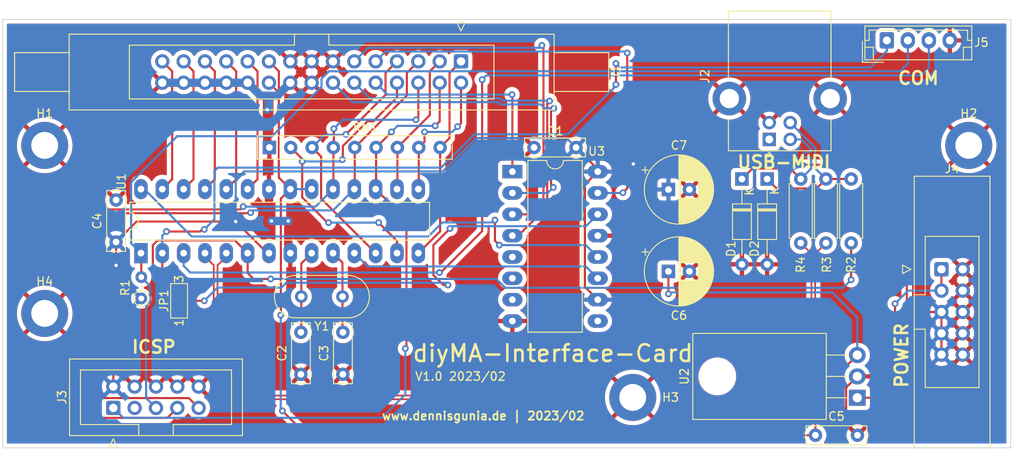
<source format=kicad_pcb>
(kicad_pcb (version 20211014) (generator pcbnew)
  (layers (0 "F.Cu" signal) (31 "B.Cu" signal) (34 "B.Paste" user) (35 "F.Paste" user) (36 "B.SilkS" user "B.Silkscreen") (37 "F.SilkS" user "F.Silkscreen") (38 "B.Mask" user) (39 "F.Mask" user) (44 "Edge.Cuts" user))
  (net 0 "")
  (net 1 "+5V")
  (net 2 "GND")
  (net 3 "+5VA")
  (net 4 "MATRIX_1")
  (net 5 "MATRIX_2")
  (net 6 "MATRIX_3")
  (net 7 "ICSP_MOSI")
  (net 8 "ICSP_MISO")
  (net 9 "ICSP_SCK")
  (net 10 "MATRIX_7")
  (net 11 "MATRIX_8")
  (net 12 "MATRIX_A")
  (net 13 "MATRIX_B")
  (net 14 "MATRIX_D")
  (net 15 "MATRIX_C")
  (net 16 "ANALOG_1")
  (net 17 "ANALOG_2")
  (net 18 "ANALOG_3")
  (net 19 "ANALOG_4")
  (net 20 "ANALOG_5")
  (net 21 "MATRIX_E")
  (net 23 "~{RESET}")
  (net 24 "+12V")
  (net 25 "RS232_TX")
  (net 27 "Net-(C2-Pad2)")
  (net 28 "Net-(C3-Pad2)")
  (net 30 "USB_INT{slash}SER")
  (net 31 "USB_D+")
  (net 32 "USB_D-")
  (net 33 "RS232_RX{slash}SER")
  (net 34 "Net-(U1-Pad11)")
  (net 35 "Net-(U1-Pad28)")
  (net 39 "/#USB_D-")
  (net 40 "/#USB_D+")
  (net 41 "Net-(JP1-Pad2)")
  (footprint "Resistor_THT:R_Axial_DIN0207_L6.3mm_D2.5mm_P7.62mm_Horizontal" (layer "F.Cu") (at 136 134 -90)
    (fp_text reference "R2")
    (fp_text value "2k2")
  )
  (footprint "MountingHole:MountingHole_3.2mm_M3_DIN965_Pad" (layer "F.Cu") (at 110 160)
    (fp_text reference "H3")
    (fp_text value "MountingHole")
  )
  (footprint "Resistor_THT:R_Axial_DIN0204_L3.6mm_D1.6mm_P2.54mm_Vertical" (layer "F.Cu") (at 51.5 148.22 90)
    (fp_text reference "R1")
    (fp_text value "10k")
  )
  (footprint "Diode_THT:D_DO-35_SOD27_P10.16mm_Horizontal" (layer "F.Cu") (at 123 134 -90)
    (fp_text reference "D1")
    (fp_text value "3V6")
  )
  (footprint "Connector_IDC:IDC-Header_2x15_P2.54mm_Latch6.5mm_Vertical" (layer "F.Cu") (at 89.56 120 -90)
    (fp_text reference "J1")
    (fp_text value "Conn_02x16_Odd_Even")
  )
  (footprint "Package_TO_SOT_THT:TO-220-3_Horizontal_TabDown" (layer "F.Cu") (at 136.73 160.04 90)
    (fp_text reference "U2")
    (fp_text value "L7805")
  )
  (footprint "Connector_IDC:IDC-Header_2x05_P2.54mm_Vertical" (layer "F.Cu") (at 48.17 161.2525 90)
    (fp_text reference "J3")
    (fp_text value "Conn_02x05_Odd_Even")
  )
  (footprint "MountingHole:MountingHole_3.2mm_M3_DIN965_Pad" (layer "F.Cu") (at 40 150)
    (fp_text reference "H4")
    (fp_text value "MountingHole")
  )
  (footprint "Capacitor_THT:CP_Radial_D8.0mm_P2.50mm" (layer "F.Cu") (at 114.25 145)
    (fp_text reference "C6")
    (fp_text value "100uF")
  )
  (footprint "Capacitor_THT:C_Rect_L7.0mm_W2.0mm_P5.00mm" (layer "F.Cu") (at 48.5 141.5 90)
    (fp_text reference "C4")
    (fp_text value "100nF")
  )
  (footprint "Resistor_THT:R_Array_SIP9" (layer "F.Cu") (at 66.75 130.25)
    (fp_text reference "RN1")
    (fp_text value "R_Network08")
  )
  (footprint "Capacitor_THT:C_Rect_L7.0mm_W2.0mm_P5.00mm" (layer "F.Cu") (at 131.75 164.5)
    (fp_text reference "C5")
    (fp_text value "100nF")
  )
  (footprint "MountingHole:MountingHole_3.2mm_M3_DIN965_Pad" (layer "F.Cu") (at 40 130)
    (fp_text reference "H1")
    (fp_text value "MountingHole")
  )
  (footprint "Crystal:Crystal_HC18-U_Vertical" (layer "F.Cu") (at 75.45 148 180)
    (fp_text reference "Y1")
    (fp_text value "16MHz")
  )
  (footprint "Connector_IDC:IDC-Header_2x05_P2.54mm_Latch_Vertical" (layer "F.Cu") (at 146.75 144.75)
    (fp_text reference "J4")
    (fp_text value "Conn_02x05_Odd_Even")
  )
  (footprint "Connector_USB:USB_B_Lumberg_2411_02_Horizontal" (layer "F.Cu") (at 126.25 129.2875 90)
    (fp_text reference "J2")
    (fp_text value "USB_B")
  )
  (footprint "Resistor_THT:R_Axial_DIN0207_L6.3mm_D2.5mm_P7.62mm_Horizontal" (layer "F.Cu") (at 133 134 -90)
    (fp_text reference "R3")
    (fp_text value "68")
  )
  (footprint "Capacitor_THT:C_Rect_L7.0mm_W2.0mm_P5.00mm" (layer "F.Cu") (at 70.5 157.25 90)
    (fp_text reference "C2")
    (fp_text value "33pF")
  )
  (footprint "Package_DIP:DIP-16_W10.16mm_LongPads" (layer "F.Cu") (at 95.675 133.125)
    (fp_text reference "U3")
    (fp_text value "74HC595")
  )
  (footprint "Capacitor_THT:C_Rect_L7.0mm_W2.0mm_P5.00mm" (layer "F.Cu") (at 75.5 157.25 90)
    (fp_text reference "C3")
    (fp_text value "33pF")
  )
  (footprint "Jumper:SolderJumper-3_P1.3mm_Open_Pad1.0x1.5mm_NumberLabels" (layer "F.Cu") (at 56 148.5 90)
    (fp_text reference "JP1")
    (fp_text value "Jumper_3_Open")
  )
  (footprint "Connector_JST:JST_EH_B4B-EH-A_1x04_P2.50mm_Vertical" (layer "F.Cu") (at 140.25 117.5)
    (fp_text reference "J5")
    (fp_text value "Conn_01x04_Male")
  )
  (footprint "Capacitor_THT:C_Rect_L7.0mm_W2.0mm_P5.00mm" (layer "F.Cu") (at 103.25 130.25 180)
    (fp_text reference "C1")
    (fp_text value "100nF")
  )
  (footprint "MountingHole:MountingHole_3.2mm_M3_DIN965_Pad" (layer "F.Cu") (at 150 130)
    (fp_text reference "H2")
    (fp_text value "MountingHole")
  )
  (footprint "Resistor_THT:R_Axial_DIN0207_L6.3mm_D2.5mm_P7.62mm_Horizontal" (layer "F.Cu") (at 130 134 -90)
    (fp_text reference "R4")
    (fp_text value "68")
  )
  (footprint "Diode_THT:D_DO-35_SOD27_P10.16mm_Horizontal" (layer "F.Cu") (at 126 134 -90)
    (fp_text reference "D2")
    (fp_text value "3V6")
  )
  (footprint "Package_DIP:DIP-28_W7.62mm_LongPads" (layer "F.Cu") (at 51.46 142.825 90)
    (fp_text reference "U1")
    (fp_text value "ATmega8-16P")
  )
  (footprint "Capacitor_THT:CP_Radial_D8.0mm_P2.50mm" (layer "F.Cu") (at 114.25 135.25)
    (fp_text reference "C7")
    (fp_text value "100uF")
  )
  (gr_rect (start 35 115) (end 155 166) (layer "Edge.Cuts") (width 0.1) (fill none))
  (gr_text "V1.0 2023/02" (at 89.5 157.5) (layer "F.SilkS") (effects (font (size 1 1))))
  (gr_text "USB-MIDI" (at 128 132) (layer "F.SilkS") (effects (font (size 1.5 1.5) (thickness 0.3))))
  (gr_text "diyMA-Interface-Card" (at 100.5 154.75) (layer "F.SilkS") (effects (font (size 2 2) (thickness 0.3))))
  (gr_text "COM" (at 144 122) (layer "F.SilkS") (effects (font (size 1.5 1.5) (thickness 0.3))))
  (gr_text "www.dennisgunia.de | 2023/02" (at 92.2 162.2) (layer "F.SilkS") (effects (font (size 1 1) (thickness 0.2))))
  (gr_text "ICSP\n" (at 53 154) (layer "F.SilkS") (effects (font (size 1.5 1.5) (thickness 0.3))))
  (gr_text "POWER" (at 142 155 90) (layer "F.SilkS") (effects (font (size 1.5 1.5) (thickness 0.3))))
  (segment (start 110.1985 132.334) (end 110.0715 132.207) (width 0.25) (layer "F.Cu") (net 1))
  (segment (start 48.5 141.5) (end 48.5 144.286) (width 0.25) (layer "F.Cu") (net 1))
  (segment (start 48.17 158.7125) (end 48.17 151.55) (width 0.25) (layer "F.Cu") (net 1))
  (segment (start 48.5 144.286) (end 48.5 145.22) (width 0.25) (layer "F.Cu") (net 1))
  (segment (start 104.31048 134.64952) (end 105.835 133.125) (width 0.25) (layer "F.Cu") (net 1))
  (segment (start 50.935 139.065) (end 48.5 141.5) (width 0.25) (layer "F.Cu") (net 1))
  (segment (start 121.92 132.334) (end 110.1985 132.334) (width 0.25) (layer "F.Cu") (net 1))
  (segment (start 62.738 139.065) (end 66.498 142.825) (width 0.25) (layer "F.Cu") (net 1))
  (segment (start 105.835 148.365) (end 104.31048 146.84048) (width 0.25) (layer "F.Cu") (net 1))
  (segment (start 143.607 149.83) (end 146.75 149.83) (width 0.25) (layer "F.Cu") (net 1))
  (segment (start 62.738 139.065) (end 50.935 139.065) (width 0.25) (layer "F.Cu") (net 1))
  (segment (start 103.25 130.25) (end 105.835 132.835) (width 0.25) (layer "F.Cu") (net 1))
  (segment (start 142.621 132.969) (end 142.621 148.844) (width 0.25) (layer "F.Cu") (net 1))
  (segment (start 121.95352 132.30048) (end 121.92 132.334) (width 0.25) (layer "F.Cu") (net 1))
  (segment (start 105.835 132.835) (end 105.835 133.125) (width 0.25) (layer "F.Cu") (net 1))
  (segment (start 48.5 145.22) (end 51.5 148.22) (width 0.25) (layer "F.Cu") (net 1))
  (segment (start 146.75 152.37) (end 146.75 154.91) (width 0.25) (layer "F.Cu") (net 1))
  (segment (start 142.621 148.844) (end 143.607 149.83) (width 0.25) (layer "F.Cu") (net 1))
  (segment (start 142.621 132.969) (end 141.95248 132.30048) (width 0.25) (layer "F.Cu") (net 1))
  (segment (start 141.95248 132.30048) (end 121.95352 132.30048) (width 0.25) (layer "F.Cu") (net 1))
  (segment (start 48.17 151.55) (end 51.5 148.22) (width 0.25) (layer "F.Cu") (net 1))
  (segment (start 146.75 149.83) (end 146.75 152.37) (width 0.25) (layer "F.Cu") (net 1))
  (segment (start 104.31048 146.84048) (end 104.31048 134.64952) (width 0.25) (layer "F.Cu") (net 1))
  (segment (start 66.498 142.825) (end 66.7 142.825) (width 0.25) (layer "F.Cu") (net 1))
  (via (at 48.5 144.286) (size 0.8) (drill 0.4) (layers "F.Cu" "B.Cu") (net 1))
  (via (at 110.0715 132.207) (size 0.8) (drill 0.4) (layers "F.Cu" "B.Cu") (net 1))
  (via (at 62.738 139.065) (size 0.8) (drill 0.4) (layers "F.Cu" "B.Cu") (net 1))
  (segment (start 87.376 133.096) (end 63.754 133.096) (width 0.25) (layer "B.Cu") (net 1))
  (segment (start 63.754 133.096) (end 62.74452 134.10548) (width 0.25) (layer "B.Cu") (net 1))
  (segment (start 110.0715 132.207) (end 109.1535 133.125) (width 0.25) (layer "B.Cu") (net 1))
  (segment (start 102.125489 129.125489) (end 91.346511 129.125489) (width 0.25) (layer "B.Cu") (net 1))
  (segment (start 103.25 130.25) (end 104.049999 131.049999) (width 0.25) (layer "B.Cu") (net 1))
  (segment (start 103.25 130.25) (end 102.125489 129.125489) (width 0.25) (layer "B.Cu") (net 1))
  (segment (start 62.74452 134.10548) (end 62.74452 139.05848) (width 0.25) (layer "B.Cu") (net 1))
  (segment (start 62.74452 139.05848) (end 62.738 139.065) (width 0.25) (layer "B.Cu") (net 1))
  (segment (start 109.1535 133.125) (end 105.835 133.125) (width 0.25) (layer "B.Cu") (net 1))
  (segment (start 48.74 144.526) (end 48.5 144.286) (width 0.25) (layer "B.Cu") (net 1))
  (segment (start 91.346511 129.125489) (end 87.376 133.096) (width 0.25) (layer "B.Cu") (net 1))
  (segment (start 66.7 138.7) (end 67 139) (width 1) (layer "F.Cu") (net 2))
  (segment (start 135.405489 158.824511) (end 135.405489 163.155489) (width 0.25) (layer "F.Cu") (net 2))
  (segment (start 66.5 130) (end 66.75 130.25) (width 1) (layer "F.Cu") (net 2))
  (segment (start 69 139) (end 69 142.585) (width 1) (layer "F.Cu") (net 2))
  (segment (start 135.405489 163.155489) (end 136.75 164.5) (width 0.25) (layer "F.Cu") (net 2))
  (segment (start 69 142.585) (end 69.24 142.825) (width 1) (layer "F.Cu") (net 2))
  (segment (start 66.5 125.75) (end 66.5 130) (width 1) (layer "F.Cu") (net 2))
  (segment (start 66.7 135.205) (end 66.7 138.7) (width 1) (layer "F.Cu") (net 2))
  (segment (start 136.73 157.5) (end 135.405489 158.824511) (width 0.25) (layer "F.Cu") (net 2))
  (via (at 67 139) (size 0.8) (drill 0.4) (layers "F.Cu" "B.Cu") (net 2))
  (via (at 69 139) (size 0.8) (drill 0.4) (layers "F.Cu" "B.Cu") (net 2))
  (via (at 66.5 125.75) (size 0.8) (drill 0.4) (layers "F.Cu" "B.Cu") (net 2))
  (segment (start 67 139) (end 69 139) (width 1) (layer "B.Cu") (net 2))
  (segment (start 66.660489 124.089511) (end 67.690489 124.089511) (width 1) (layer "B.Cu") (net 2))
  (segment (start 67.690489 124.089511) (end 69.24 122.54) (width 1) (layer "B.Cu") (net 2))
  (segment (start 64.16 122.54) (end 65.709511 124.089511) (width 1) (layer "B.Cu") (net 2))
  (segment (start 66.660489 125.589511) (end 66.5 125.75) (width 1) (layer "B.Cu") (net 2))
  (segment (start 59.08 122.54) (end 61.62 122.54) (width 1) (layer "B.Cu") (net 2))
  (segment (start 54 122.54) (end 56.54 122.54) (width 1) (layer "B.Cu") (net 2))
  (segment (start 61.62 122.54) (end 64.16 122.54) (width 1) (layer "B.Cu") (net 2))
  (segment (start 65.709511 124.089511) (end 66.660489 124.089511) (width 1) (layer "B.Cu") (net 2))
  (segment (start 66.660489 124.089511) (end 66.660489 125.589511) (width 1) (layer "B.Cu") (net 2))
  (segment (start 56.54 122.54) (end 59.08 122.54) (width 1) (layer "B.Cu") (net 2))
  (segment (start 68.11548 136.32952) (end 68.11548 150.18452) (width 0.25) (layer "F.Cu") (net 3))
  (segment (start 66.7 120) (end 67.874511 121.174511) (width 0.25) (layer "F.Cu") (net 3))
  (segment (start 68.3 161.6) (end 71.2 164.5) (width 0.25) (layer "F.Cu") (net 3))
  (segment (start 114.25 147.67402) (end 114.25 145) (width 0.25) (layer "F.Cu") (net 3))
  (segment (start 69.24 135.205) (end 68.11548 136.32952) (width 0.25) (layer "F.Cu") (net 3))
  (segment (start 67.874511 123.627511) (end 67.874511 133.839511) (width 0.25) (layer "F.Cu") (net 3))
  (segment (start 66.7 122.54) (end 67.787511 123.627511) (width 0.25) (layer "F.Cu") (net 3))
  (segment (start 131.75 159.94) (end 131.75 164.5) (width 0.25) (layer "F.Cu") (net 3))
  (segment (start 67.874511 133.839511) (end 69.24 135.205) (width 0.25) (layer "F.Cu") (net 3))
  (segment (start 136.73 154.96) (end 131.75 159.94) (width 0.25) (layer "F.Cu") (net 3))
  (segment (start 67.874511 121.174511) (end 67.874511 123.627511) (width 0.25) (layer "F.Cu") (net 3))
  (segment (start 71.2 164.5) (end 131.75 164.5) (width 0.25) (layer "F.Cu") (net 3))
  (segment (start 68.11548 150.18452) (end 68.1 150.2) (width 0.25) (layer "F.Cu") (net 3))
  (segment (start 67.787511 123.627511) (end 67.874511 123.627511) (width 0.25) (layer "F.Cu") (net 3))
  (via (at 114.25 147.67402) (size 0.8) (drill 0.4) (layers "F.Cu" "B.Cu") (net 3))
  (via (at 68.1 150.2) (size 0.8) (drill 0.4) (layers "F.Cu" "B.Cu") (net 3))
  (via (at 68.3 161.6) (size 0.8) (drill 0.4) (layers "F.Cu" "B.Cu") (net 3))
  (segment (start 68.1 161.4) (end 68.3 161.6) (width 0.25) (layer "B.Cu") (net 3))
  (segment (start 114.42402 147.5) (end 114.25 147.67402) (width 0.25) (layer "B.Cu") (net 3))
  (segment (start 69.24 135.205) (end 71.78 135.205) (width 0.25) (layer "B.Cu") (net 3))
  (segment (start 136.73 154.96) (end 136.73 150.48) (width 0.25) (layer "B.Cu") (net 3))
  (segment (start 133.75 147.5) (end 114.42402 147.5) (width 0.25) (layer "B.Cu") (net 3))
  (segment (start 136.73 150.48) (end 133.75 147.5) (width 0.25) (layer "B.Cu") (net 3))
  (segment (start 68.1 150.2) (end 68.1 161.4) (width 0.25) (layer "B.Cu") (net 3))
  (segment (start 88.194511 129.125489) (end 88.194511 121.365489) (width 0.25) (layer "F.Cu") (net 4))
  (segment (start 88.194511 121.365489) (end 89.56 120) (width 0.25) (layer "F.Cu") (net 4))
  (segment (start 87.07 130.25) (end 87.07 140.235) (width 0.25) (layer "F.Cu") (net 4))
  (segment (start 87.07 140.235) (end 84.48 142.825) (width 0.25) (layer "F.Cu") (net 4))
  (segment (start 87.07 130.25) (end 88.194511 129.125489) (width 0.25) (layer "F.Cu") (net 4))
  (segment (start 89.56 127.356) (end 89.154 127.762) (width 0.25) (layer "F.Cu") (net 5))
  (segment (start 84.53 135.155) (end 84.48 135.205) (width 0.25) (layer "F.Cu") (net 5))
  (segment (start 85.217 128.397) (end 85.217 129.563) (width 0.25) (layer "F.Cu") (net 5))
  (segment (start 84.53 130.25) (end 84.53 135.155) (width 0.25) (layer "F.Cu") (net 5))
  (segment (start 85.217 129.563) (end 84.53 130.25) (width 0.25) (layer "F.Cu") (net 5))
  (segment (start 89.56 122.54) (end 89.56 127.356) (width 0.25) (layer "F.Cu") (net 5))
  (via (at 89.154 127.762) (size 0.8) (drill 0.4) (layers "F.Cu" "B.Cu") (net 5))
  (via (at 85.217 128.397) (size 0.8) (drill 0.4) (layers "F.Cu" "B.Cu") (net 5))
  (segment (start 88.519 128.397) (end 85.217 128.397) (width 0.25) (layer "B.Cu") (net 5))
  (segment (start 89.154 127.762) (end 88.519 128.397) (width 0.25) (layer "B.Cu") (net 5))
  (segment (start 87.02 120) (end 85.845489 121.174511) (width 0.25) (layer "F.Cu") (net 6))
  (segment (start 81.99 135.155) (end 81.94 135.205) (width 0.25) (layer "F.Cu") (net 6))
  (segment (start 85.845489 126.394511) (end 81.99 130.25) (width 0.25) (layer "F.Cu") (net 6))
  (segment (start 81.99 130.25) (end 81.99 135.155) (width 0.25) (layer "F.Cu") (net 6))
  (segment (start 85.845489 121.174511) (end 85.845489 126.394511) (width 0.25) (layer "F.Cu") (net 6))
  (segment (start 81.28 128.42) (end 79.45 130.25) (width 0.25) (layer "F.Cu") (net 7))
  (segment (start 87.02 127.1395) (end 86.487 127.6725) (width 0.25) (layer "F.Cu") (net 7))
  (segment (start 83.06452 138.86952) (end 79.4 135.205) (width 0.25) (layer "F.Cu") (net 7))
  (segment (start 82.931 154.178) (end 83.06452 154.04448) (width 0.25) (layer "F.Cu") (net 7))
  (segment (start 79.45 135.155) (end 79.4 135.205) (width 0.25) (layer "F.Cu") (net 7))
  (segment (start 79.45 130.25) (end 79.45 135.155) (width 0.25) (layer "F.Cu") (net 7))
  (segment (start 81.28 128.397) (end 81.28 128.42) (width 0.25) (layer "F.Cu") (net 7))
  (segment (start 87.02 122.54) (end 87.02 127.1395) (width 0.25) (layer "F.Cu") (net 7))
  (segment (start 83.06452 154.04448) (end 83.06452 138.86952) (width 0.25) (layer "F.Cu") (net 7))
  (via (at 86.487 127.6725) (size 0.8) (drill 0.4) (layers "F.Cu" "B.Cu") (net 7))
  (via (at 81.28 128.397) (size 0.8) (drill 0.4) (layers "F.Cu" "B.Cu") (net 7))
  (via (at 82.931 154.178) (size 0.8) (drill 0.4) (layers "F.Cu" "B.Cu") (net 7))
  (segment (start 82.931 154.178) (end 82.931 159.639) (width 0.25) (layer "B.Cu") (net 7))
  (segment (start 86.487 127.6725) (end 86.486989 127.672489) (width 0.25) (layer "B.Cu") (net 7))
  (segment (start 49.344511 162.427011) (end 48.17 161.2525) (width 0.25) (layer "B.Cu") (net 7))
  (segment (start 80.142989 162.427011) (end 49.344511 162.427011) (width 0.25) (layer "B.Cu") (net 7))
  (segment (start 82.931 159.639) (end 80.142989 162.427011) (width 0.25) (layer "B.Cu") (net 7))
  (segment (start 82.004511 127.672489) (end 81.28 128.397) (width 0.25) (layer "B.Cu") (net 7))
  (segment (start 86.486989 127.672489) (end 82.004511 127.672489) (width 0.25) (layer "B.Cu") (net 7))
  (segment (start 44.196 159.512) (end 44.76198 160.07798) (width 0.25) (layer "F.Cu") (net 8))
  (segment (start 64.516 138.0115) (end 64.453469 138.074031) (width 0.25) (layer "F.Cu") (net 8))
  (segment (start 64.453469 138.074031) (end 46.965687 138.074031) (width 0.25) (layer "F.Cu") (net 8))
  (segment (start 44.196 140.843718) (end 44.196 159.512) (width 0.25) (layer "F.Cu") (net 8))
  (segment (start 57.15548 160.07798) (end 58.33 161.2525) (width 0.25) (layer "F.Cu") (net 8))
  (segment (start 76.91 130.25) (end 76.91 135.155) (width 0.25) (layer "F.Cu") (net 8))
  (segment (start 83.114511 124.045489) (end 76.91 130.25) (width 0.25) (layer "F.Cu") (net 8))
  (segment (start 44.76198 160.07798) (end 57.15548 160.07798) (width 0.25) (layer "F.Cu") (net 8))
  (segment (start 76.91 135.155) (end 76.86 135.205) (width 0.25) (layer "F.Cu") (net 8))
  (segment (start 83.114511 121.365489) (end 83.114511 124.045489) (width 0.25) (layer "F.Cu") (net 8))
  (segment (start 84.48 120) (end 83.114511 121.365489) (width 0.25) (layer "F.Cu") (net 8))
  (segment (start 46.965687 138.074031) (end 44.196 140.843718) (width 0.25) (layer "F.Cu") (net 8))
  (via (at 64.516 138.0115) (size 0.8) (drill 0.4) (layers "F.Cu" "B.Cu") (net 8))
  (segment (start 67.691 137.73652) (end 64.79098 137.73652) (width 0.25) (layer "B.Cu") (net 8))
  (segment (start 74.32848 137.73652) (end 67.691 137.73652) (width 0.25) (layer "B.Cu") (net 8))
  (segment (start 76.86 135.205) (end 74.32848 137.73652) (width 0.25) (layer "B.Cu") (net 8))
  (segment (start 64.79098 137.73652) (end 64.516 138.0115) (width 0.25) (layer "B.Cu") (net 8))
  (segment (start 84.48 126.668989) (end 84.201 126.947989) (width 0.25) (layer "F.Cu") (net 9))
  (segment (start 74.37 130.25) (end 74.37 135.155) (width 0.25) (layer "F.Cu") (net 9))
  (segment (start 74.37 135.155) (end 74.32 135.205) (width 0.25) (layer "F.Cu") (net 9))
  (segment (start 74.422 130.198) (end 74.37 130.25) (width 0.25) (layer "F.Cu") (net 9))
  (segment (start 46.481283 162.433) (end 54.6095 162.433) (width 0.25) (layer "F.Cu") (net 9))
  (segment (start 54.6095 162.433) (end 55.79 161.2525) (width 0.25) (layer "F.Cu") (net 9))
  (segment (start 44.577 139.827) (end 44.323 140.081) (width 0.25) (layer "F.Cu") (net 9))
  (segment (start 63.289489 137.624511) (end 46.779489 137.624511) (width 0.25) (layer "F.Cu") (net 9))
  (segment (start 43.74648 140.657521) (end 43.74648 159.698197) (width 0.25) (layer "F.Cu") (net 9))
  (segment (start 74.422 128.016) (end 74.422 130.198) (width 0.25) (layer "F.Cu") (net 9))
  (segment (start 43.74648 159.698197) (end 46.481283 162.433) (width 0.25) (layer "F.Cu") (net 9))
  (segment (start 63.627 137.287) (end 63.289489 137.624511) (width 0.25) (layer "F.Cu") (net 9))
  (segment (start 46.779489 137.624511) (end 44.577 139.827) (width 0.25) (layer "F.Cu") (net 9))
  (segment (start 84.48 122.54) (end 84.48 126.668989) (width 0.25) (layer "F.Cu") (net 9))
  (segment (start 44.577 139.827) (end 43.74648 140.657521) (width 0.25) (layer "F.Cu") (net 9))
  (via (at 74.422 128.016) (size 0.8) (drill 0.4) (layers "F.Cu" "B.Cu") (net 9))
  (via (at 84.201 126.947989) (size 0.8) (drill 0.4) (layers "F.Cu" "B.Cu") (net 9))
  (via (at 63.627 137.287) (size 0.8) (drill 0.4) (layers "F.Cu" "B.Cu") (net 9))
  (segment (start 74.32 135.205) (end 72.238 137.287) (width 0.25) (layer "B.Cu") (net 9))
  (segment (start 72.238 137.287) (end 63.627 137.287) (width 0.25) (layer "B.Cu") (net 9))
  (segment (start 75.490011 126.947989) (end 74.422 128.016) (width 0.25) (layer "B.Cu") (net 9))
  (segment (start 84.201 126.947989) (end 75.490011 126.947989) (width 0.25) (layer "B.Cu") (net 9))
  (segment (start 72.90452 131.32452) (end 72.90452 136.32952) (width 0.25) (layer "F.Cu") (net 10))
  (segment (start 80.574511 123.970591) (end 75.856551 128.688551) (width 0.25) (layer "F.Cu") (net 10))
  (segment (start 80.574511 121.365489) (end 80.574511 123.970591) (width 0.25) (layer "F.Cu") (net 10))
  (segment (start 72.90452 136.32952) (end 79.4 142.825) (width 0.25) (layer "F.Cu") (net 10))
  (segment (start 71.83 130.25) (end 72.90452 131.32452) (width 0.25) (layer "F.Cu") (net 10))
  (segment (start 81.94 120) (end 80.574511 121.365489) (width 0.25) (layer "F.Cu") (net 10))
  (via (at 75.856551 128.688551) (size 0.8) (drill 0.4) (layers "F.Cu" "B.Cu") (net 10))
  (segment (start 73.339489 128.740511) (end 71.83 130.25) (width 0.25) (layer "B.Cu") (net 10))
  (segment (start 75.856551 128.688551) (end 75.804591 128.740511) (width 0.25) (layer "B.Cu") (net 10))
  (segment (start 75.804591 128.740511) (end 73.339489 128.740511) (width 0.25) (layer "B.Cu") (net 10))
  (segment (start 73.66 139.192) (end 73.787 139.192) (width 0.25) (layer "F.Cu") (net 11))
  (segment (start 70.65548 131.61548) (end 70.65548 131.90952) (width 0.25) (layer "F.Cu") (net 11))
  (segment (start 75.494511 130.075189) (end 75.494511 131.642489) (width 0.25) (layer "F.Cu") (net 11))
  (segment (start 79.756 139.192) (end 81.94 141.376) (width 0.25) (layer "F.Cu") (net 11))
  (segment (start 73.533 139.065) (end 73.66 139.192) (width 0.25) (layer "F.Cu") (net 11))
  (segment (start 78.4427 127.127) (end 75.494511 130.075189) (width 0.25) (layer "F.Cu") (net 11))
  (segment (start 70.65548 131.90952) (end 70.65548 136.18748) (width 0.25) (layer "F.Cu") (net 11))
  (segment (start 75.494511 131.642489) (end 75.438 131.699) (width 0.25) (layer "F.Cu") (net 11))
  (segment (start 70.65548 136.18748) (end 73.533 139.065) (width 0.25) (layer "F.Cu") (net 11))
  (segment (start 81.94 122.54) (end 81.94 124.308) (width 0.25) (layer "F.Cu") (net 11))
  (segment (start 69.29 130.25) (end 70.65548 131.61548) (width 0.25) (layer "F.Cu") (net 11))
  (segment (start 81.94 124.308) (end 79.121 127.127) (width 0.25) (layer "F.Cu") (net 11))
  (segment (start 81.94 141.376) (end 81.94 142.825) (width 0.25) (layer "F.Cu") (net 11))
  (segment (start 79.121 127.127) (end 78.4427 127.127) (width 0.25) (layer "F.Cu") (net 11))
  (via (at 75.438 131.699) (size 0.8) (drill 0.4) (layers "F.Cu" "B.Cu") (net 11))
  (via (at 70.65548 131.90952) (size 0.8) (drill 0.4) (layers "F.Cu" "B.Cu") (net 11))
  (via (at 73.787 139.192) (size 0.8) (drill 0.4) (layers "F.Cu" "B.Cu") (net 11))
  (via (at 79.756 139.192) (size 0.8) (drill 0.4) (layers "F.Cu" "B.Cu") (net 11))
  (segment (start 75.22748 131.90952) (end 70.65548 131.90952) (width 0.25) (layer "B.Cu") (net 11))
  (segment (start 73.787 139.192) (end 79.756 139.192) (width 0.25) (layer "B.Cu") (net 11))
  (segment (start 75.438 131.699) (end 75.22748 131.90952) (width 0.25) (layer "B.Cu") (net 11))
  (segment (start 109.347 118.999) (end 109.347 135.128) (width 0.25) (layer "F.Cu") (net 12))
  (segment (start 109.347 135.128) (end 108.839 135.636) (width 0.25) (layer "F.Cu") (net 12))
  (via (at 109.347 118.999) (size 0.8) (drill 0.4) (layers "F.Cu" "B.Cu") (net 12))
  (via (at 108.839 135.636) (size 0.8) (drill 0.4) (layers "F.Cu" "B.Cu") (net 12))
  (segment (start 79.4 120) (end 80.574511 118.825489) (width 0.25) (layer "B.Cu") (net 12))
  (segment (start 108.81 135.665) (end 105.835 135.665) (width 0.25) (layer "B.Cu") (net 12))
  (segment (start 108.839 135.636) (end 108.81 135.665) (width 0.25) (layer "B.Cu") (net 12))
  (segment (start 80.574511 118.825489) (end 109.173489 118.825489) (width 0.25) (layer "B.Cu") (net 12))
  (segment (start 109.173489 118.825489) (end 109.347 118.999) (width 0.25) (layer "B.Cu") (net 12))
  (segment (start 95.631 123.952) (end 95.675 123.996) (width 0.25) (layer "F.Cu") (net 13))
  (segment (start 95.675 123.996) (end 95.675 133.125) (width 0.25) (layer "F.Cu") (net 13))
  (via (at 95.631 123.952) (size 0.8) (drill 0.4) (layers "F.Cu" "B.Cu") (net 13))
  (segment (start 79.4 122.54) (end 80.812 123.952) (width 0.25) (layer "B.Cu") (net 13))
  (segment (start 80.812 123.952) (end 95.631 123.952) (width 0.25) (layer "B.Cu") (net 13))
  (segment (start 95.675 138.205) (end 97.888 138.205) (width 0.25) (layer "F.Cu") (net 14))
  (segment (start 99.374511 136.718489) (end 97.917 138.176) (width 0.25) (layer "F.Cu") (net 14))
  (segment (start 97.888 138.205) (end 97.917 138.176) (width 0.25) (layer "F.Cu") (net 14))
  (segment (start 99.187 118.100989) (end 99.374511 118.2885) (width 0.25) (layer "F.Cu") (net 14))
  (segment (start 99.374511 118.2885) (end 99.374511 136.718489) (width 0.25) (layer "F.Cu") (net 14))
  (via (at 99.187 118.100989) (size 0.8) (drill 0.4) (layers "F.Cu" "B.Cu") (net 14))
  (segment (start 76.86 120) (end 78.484031 118.375969) (width 0.25) (layer "B.Cu") (net 14))
  (segment (start 95.773 138.303) (end 95.675 138.205) (width 0.25) (layer "B.Cu") (net 14))
  (segment (start 98.91202 118.375969) (end 99.187 118.100989) (width 0.25) (layer "B.Cu") (net 14))
  (segment (start 98.171 118.375969) (end 98.91202 118.375969) (width 0.25) (layer "B.Cu") (net 14))
  (segment (start 78.484031 118.375969) (end 80.760709 118.375969) (width 0.25) (layer "B.Cu") (net 14))
  (segment (start 80.760709 118.375969) (end 98.171 118.375969) (width 0.25) (layer "B.Cu") (net 14))
  (segment (start 100.273551 125.908176) (end 100.273551 127.635) (width 0.25) (layer "F.Cu") (net 15))
  (segment (start 100.606857 125.57487) (end 100.273551 125.908176) (width 0.25) (layer "F.Cu") (net 15))
  (segment (start 100.273551 134.72602) (end 100.548531 135.001) (width 0.25) (layer "F.Cu") (net 15))
  (segment (start 100.273551 127.635) (end 100.273551 134.72602) (width 0.25) (layer "F.Cu") (net 15))
  (via (at 100.606857 125.57487) (size 0.8) (drill 0.4) (layers "F.Cu" "B.Cu") (net 15))
  (via (at 100.548531 135.001) (size 0.8) (drill 0.4) (layers "F.Cu" "B.Cu") (net 15))
  (segment (start 74.32 122.54) (end 76.63104 124.85104) (width 0.25) (layer "B.Cu") (net 15))
  (segment (start 94.254991 125.126031) (end 99.06 125.126031) (width 0.25) (layer "B.Cu") (net 15))
  (segment (start 76.63104 124.85104) (end 78.907718 124.85104) (width 0.25) (layer "B.Cu") (net 15))
  (segment (start 99.508839 125.57487) (end 100.606857 125.57487) (width 0.25) (layer "B.Cu") (net 15))
  (segment (start 100.548531 135.001) (end 99.884531 135.665) (width 0.25) (layer "B.Cu") (net 15))
  (segment (start 99.06 125.126031) (end 99.508839 125.57487) (width 0.25) (layer "B.Cu") (net 15))
  (segment (start 99.884531 135.665) (end 95.675 135.665) (width 0.25) (layer "B.Cu") (net 15))
  (segment (start 78.907718 124.85104) (end 93.98 124.85104) (width 0.25) (layer "B.Cu") (net 15))
  (segment (start 93.98 124.85104) (end 94.254991 125.126031) (width 0.25) (layer "B.Cu") (net 15))
  (segment (start 65.334511 134.030489) (end 64.16 135.205) (width 0.25) (layer "F.Cu") (net 16))
  (segment (start 64.16 120) (end 65.334511 121.174511) (width 0.25) (layer "F.Cu") (net 16))
  (segment (start 65.334511 121.174511) (end 65.334511 134.030489) (width 0.25) (layer "F.Cu") (net 16))
  (segment (start 61.62 120) (end 62.794511 121.174511) (width 0.25) (layer "F.Cu") (net 17))
  (segment (start 62.794511 121.174511) (end 62.794511 134.030489) (width 0.25) (layer "F.Cu") (net 17))
  (segment (start 62.794511 134.030489) (end 61.62 135.205) (width 0.25) (layer "F.Cu") (net 17))
  (segment (start 59.08 120) (end 60.254511 121.174511) (width 0.25) (layer "F.Cu") (net 18))
  (segment (start 60.254511 121.174511) (end 60.254511 134.030489) (width 0.25) (layer "F.Cu") (net 18))
  (segment (start 60.254511 134.030489) (end 59.08 135.205) (width 0.25) (layer "F.Cu") (net 18))
  (segment (start 57.714511 134.030489) (end 56.54 135.205) (width 0.25) (layer "F.Cu") (net 19))
  (segment (start 56.54 120) (end 57.714511 121.174511) (width 0.25) (layer "F.Cu") (net 19))
  (segment (start 57.714511 121.174511) (end 57.714511 134.030489) (width 0.25) (layer "F.Cu") (net 19))
  (segment (start 55.174511 121.174511) (end 54 120) (width 0.25) (layer "F.Cu") (net 20))
  (segment (start 54 135.205) (end 55.174511 134.030489) (width 0.25) (layer "F.Cu") (net 20))
  (segment (start 55.174511 134.030489) (end 55.174511 121.174511) (width 0.25) (layer "F.Cu") (net 20))
  (segment (start 96.372614 140.745) (end 95.675 140.745) (width 0.25) (layer "F.Cu") (net 21))
  (segment (start 100.099011 124.714) (end 99.824031 124.98898) (width 0.25) (layer "F.Cu") (net 21))
  (segment (start 99.824031 124.98898) (end 99.824031 137.293583) (width 0.25) (layer "F.Cu") (net 21))
  (segment (start 99.824031 137.293583) (end 96.372614 140.745) (width 0.25) (layer "F.Cu") (net 21))
  (via (at 100.099011 124.714) (size 0.8) (drill 0.4) (layers "F.Cu" "B.Cu") (net 21))
  (segment (start 94.234 124.40152) (end 94.508991 124.676511) (width 0.25) (layer "B.Cu") (net 21))
  (segment (start 78.72152 124.40152) (end 91.44 124.40152) (width 0.25) (layer "B.Cu") (net 21))
  (segment (start 91.44 124.40152) (end 94.234 124.40152) (width 0.25) (layer "B.Cu") (net 21))
  (segment (start 94.508991 124.676511) (end 100.061522 124.676511) (width 0.25) (layer "B.Cu") (net 21))
  (segment (start 76.86 122.54) (end 78.72152 124.40152) (width 0.25) (layer "B.Cu") (net 21))
  (segment (start 100.061522 124.676511) (end 100.099011 124.714) (width 0.25) (layer "B.Cu") (net 21))
  (segment (start 51.5 142.865) (end 51.46 142.825) (width 0.25) (layer "F.Cu") (net 23))
  (segment (start 51.5 145.68) (end 51.5 142.865) (width 0.25) (layer "F.Cu") (net 23))
  (segment (start 50.292 141.657) (end 50.292 134.382689) (width 0.25) (layer "B.Cu") (net 23))
  (segment (start 52.524511 146.704511) (end 51.5 145.68) (width 0.25) (layer "B.Cu") (net 23))
  (segment (start 55.769689 128.905) (end 67.07601 128.905) (width 0.25) (layer "B.Cu") (net 23))
  (segment (start 73.833501 121.174511) (end 141.825489 121.174511) (width 0.25) (layer "B.Cu") (net 23))
  (segment (start 141.825489 121.174511) (end 142.75 120.25) (width 0.25) (layer "B.Cu") (net 23))
  (segment (start 53.25 161.2525) (end 52.075489 160.077989) (width 0.25) (layer "B.Cu") (net 23))
  (segment (start 72.954511 123.026499) (end 72.954511 122.053501) (width 0.25) (layer "B.Cu") (net 23))
  (segment (start 50.292 134.382689) (end 55.769689 128.905) (width 0.25) (layer "B.Cu") (net 23))
  (segment (start 52.075489 160.077989) (end 52.075489 149.093389) (width 0.25) (layer "B.Cu") (net 23))
  (segment (start 72.954511 122.053501) (end 73.833501 121.174511) (width 0.25) (layer "B.Cu") (net 23))
  (segment (start 52.524511 148.644367) (end 52.524511 146.704511) (width 0.25) (layer "B.Cu") (net 23))
  (segment (start 142.75 120.25) (end 142.75 117.5) (width 0.25) (layer "B.Cu") (net 23))
  (segment (start 52.075489 149.093389) (end 52.524511 148.644367) (width 0.25) (layer "B.Cu") (net 23))
  (segment (start 67.07601 128.905) (end 72.954511 123.026499) (width 0.25) (layer "B.Cu") (net 23))
  (segment (start 51.46 142.825) (end 50.292 141.657) (width 0.25) (layer "B.Cu") (net 23))
  (segment (start 146.75 147.29) (end 146.75 144.75) (width 0.25) (layer "F.Cu") (net 24))
  (segment (start 141.224 148.844) (end 141.224 158.242) (width 0.25) (layer "F.Cu") (net 24))
  (segment (start 139.426 160.04) (end 136.73 160.04) (width 0.25) (layer "F.Cu") (net 24))
  (segment (start 141.224 158.242) (end 139.426 160.04) (width 0.25) (layer "F.Cu") (net 24))
  (via (at 141.224 148.844) (size 0.8) (drill 0.4) (layers "F.Cu" "B.Cu") (net 24))
  (segment (start 142.778 147.29) (end 141.224 148.844) (width 0.25) (layer "B.Cu") (net 24))
  (segment (start 146.75 147.29) (end 142.778 147.29) (width 0.25) (layer "B.Cu") (net 24))
  (segment (start 92.075 140.208) (end 86.995 145.288) (width 0.25) (layer "F.Cu") (net 25))
  (segment (start 56.515 142.85) (end 56.54 142.825) (width 0.25) (layer "F.Cu") (net 25))
  (segment (start 86.995 145.288) (end 86.995 145.13402) (width 0.25) (layer "F.Cu") (net 25))
  (segment (start 92.075 122.174) (end 92.075 140.208) (width 0.25) (layer "F.Cu") (net 25))
  (via (at 92.075 122.174) (size 0.8) (drill 0.4) (layers "F.Cu" "B.Cu") (net 25))
  (via (at 86.995 145.13402) (size 0.8) (drill 0.4) (layers "F.Cu" "B.Cu") (net 25))
  (segment (start 144.334 121.666) (end 145.25 120.75) (width 0.25) (layer "B.Cu") (net 25))
  (segment (start 86.995 145.13402) (end 57.33402 145.13402) (width 0.25) (layer "B.Cu") (net 25))
  (segment (start 92.583 121.666) (end 144.334 121.666) (width 0.25) (layer "B.Cu") (net 25))
  (segment (start 92.075 122.174) (end 92.583 121.666) (width 0.25) (layer "B.Cu") (net 25))
  (segment (start 145.25 120.75) (end 145.25 117.5) (width 0.25) (layer "B.Cu") (net 25))
  (segment (start 56.54 144.34) (end 56.54 142.825) (width 0.25) (layer "B.Cu") (net 25))
  (segment (start 57.33402 145.13402) (end 56.54 144.34) (width 0.25) (layer "B.Cu") (net 25))
  (segment (start 70.55 148) (end 70.55 144.055) (width 0.25) (layer "F.Cu") (net 27))
  (segment (start 70.55 144.055) (end 71.78 142.825) (width 0.25) (layer "F.Cu") (net 27))
  (segment (start 70.55 152.2) (end 70.5 152.25) (width 0.25) (layer "F.Cu") (net 27))
  (segment (start 70.55 148) (end 70.55 152.2) (width 0.25) (layer "F.Cu") (net 27))
  (segment (start 75.45 143.955) (end 74.32 142.825) (width 0.25) (layer "F.Cu") (net 28))
  (segment (start 75.45 148) (end 75.45 152.2) (width 0.25) (layer "F.Cu") (net 28))
  (segment (start 75.45 148) (end 75.45 143.955) (width 0.25) (layer "F.Cu") (net 28))
  (segment (start 75.45 152.2) (end 75.5 152.25) (width 0.25) (layer "F.Cu") (net 28))
  (segment (start 64.86148 145.9) (end 66.9 145.9) (width 0.25) (layer "F.Cu") (net 30))
  (segment (start 54.75 146.585718) (end 54.75 149.25) (width 0.25) (layer "F.Cu") (net 30))
  (segment (start 64.16 145.19852) (end 64.16 142.825) (width 0.25) (layer "F.Cu") (net 30))
  (segment (start 64.16 145.19852) (end 64.86148 145.9) (width 0.25) (layer "F.Cu") (net 30))
  (segment (start 62.63548 141.30048) (end 53.44952 141.30048) (width 0.25) (layer "F.Cu") (net 30))
  (segment (start 52.87548 144.711198) (end 54.75 146.585718) (width 0.25) (layer "F.Cu") (net 30))
  (segment (start 136 141.62) (end 136 146) (width 0.25) (layer "F.Cu") (net 30))
  (segment (start 64.16 142.825) (end 62.63548 141.30048) (width 0.25) (layer "F.Cu") (net 30))
  (segment (start 54.75 149.25) (end 55.3 149.8) (width 0.25) (layer "F.Cu") (net 30))
  (segment (start 53.44952 141.30048) (end 52.87548 141.87452) (width 0.25) (layer "F.Cu") (net 30))
  (segment (start 55.3 149.8) (end 56 149.8) (width 0.25) (layer "F.Cu") (net 30))
  (segment (start 52.87548 141.87452) (end 52.87548 144.711198) (width 0.25) (layer "F.Cu") (net 30))
  (via (at 66.9 145.9) (size 0.8) (drill 0.4) (layers "F.Cu" "B.Cu") (net 30))
  (via (at 136 146) (size 0.8) (drill 0.4) (layers "F.Cu" "B.Cu") (net 30))
  (segment (start 135.05048 146.94952) (end 136 146) (width 0.25) (layer "B.Cu") (net 30))
  (segment (start 64.10152 142.825) (end 64.16 142.825) (width 0.25) (layer "B.Cu") (net 30))
  (segment (start 93.759689 145.9) (end 94.809209 146.94952) (width 0.25) (layer "B.Cu") (net 30))
  (segment (start 94.809209 146.94952) (end 135.05048 146.94952) (width 0.25) (layer "B.Cu") (net 30))
  (segment (start 66.9 145.9) (end 93.759689 145.9) (width 0.25) (layer "B.Cu") (net 30))
  (segment (start 59.08 142.825) (end 59.48 142.825) (width 0.2) (layer "F.Cu") (net 31))
  (segment (start 131.725001 142.894999) (end 133 141.62) (width 0.2) (layer "F.Cu") (net 31))
  (segment (start 110.7932 151.525) (end 130.5932 151.525) (width 0.2) (layer "F.Cu") (net 31))
  (segment (start 130.5932 151.525) (end 131.725001 150.393199) (width 0.2) (layer "F.Cu") (net 31))
  (segment (start 102.0932 160.225) (end 110.7932 151.525) (width 0.2) (layer "F.Cu") (net 31))
  (segment (start 64.9068 160.225) (end 102.0932 160.225) (width 0.2) (layer "F.Cu") (net 31))
  (segment (start 60.125 155.4432) (end 64.9068 160.225) (width 0.2) (layer "F.Cu") (net 31))
  (segment (start 59.08 143.225) (end 60.125 144.27) (width 0.2) (layer "F.Cu") (net 31))
  (segment (start 59.08 142.825) (end 59.08 143.225) (width 0.2) (layer "F.Cu") (net 31))
  (segment (start 60.125 144.27) (end 60.125 155.4432) (width 0.2) (layer "F.Cu") (net 31))
  (segment (start 131.725001 150.393199) (end 131.725001 142.894999) (width 0.2) (layer "F.Cu") (net 31))
  (segment (start 59.08 143.027) (end 59.08 142.825) (width 0.2) (layer "B.Cu") (net 31))
  (segment (start 60.575 144.27) (end 60.575 149.775) (width 0.2) (layer "F.Cu") (net 32))
  (segment (start 61.62 143.225) (end 60.575 144.27) (width 0.2) (layer "F.Cu") (net 32))
  (segment (start 110.6068 151.075) (end 130.4068 151.075) (width 0.2) (layer "F.Cu") (net 32))
  (segment (start 60.575 150.975) (end 60.575 152.225) (width 0.2) (layer "F.Cu") (net 32))
  (segment (start 61.278111 150.675) (end 60.875 150.675) (width 0.2) (layer "F.Cu") (net 32))
  (segment (start 60.575 152.225) (end 60.575 155.2568) (width 0.2) (layer "F.Cu") (net 32))
  (segment (start 60.875 150.075) (end 61.278111 150.075) (width 0.2) (layer "F.Cu") (net 32))
  (segment (start 61.62 142.825) (end 61.62 143.225) (width 0.2) (layer "F.Cu") (net 32))
  (segment (start 65.0932 159.775) (end 101.9068 159.775) (width 0.2) (layer "F.Cu") (net 32))
  (segment (start 131.274999 142.894999) (end 130 141.62) (width 0.2) (layer "F.Cu") (net 32))
  (segment (start 101.9068 159.775) (end 110.6068 151.075) (width 0.2) (layer "F.Cu") (net 32))
  (segment (start 131.274999 150.206801) (end 131.274999 142.894999) (width 0.2) (layer "F.Cu") (net 32))
  (segment (start 61.62 142.825) (end 62.02 142.825) (width 0.2) (layer "F.Cu") (net 32))
  (segment (start 60.575 155.2568) (end 65.0932 159.775) (width 0.2) (layer "F.Cu") (net 32))
  (segment (start 130.4068 151.075) (end 131.274999 150.206801) (width 0.2) (layer "F.Cu") (net 32))
  (arc (start 60.875 150.675) (mid 60.662868 150.762868) (end 60.575 150.975) (width 0.2) (layer "F.Cu") (net 32))
  (arc (start 61.578111 150.375) (mid 61.490243 150.587132) (end 61.278111 150.675) (width 0.2) (layer "F.Cu") (net 32))
  (arc (start 61.278111 150.075) (mid 61.490243 150.162868) (end 61.578111 150.375) (width 0.2) (layer "F.Cu") (net 32))
  (arc (start 60.575 149.775) (mid 60.662868 149.987132) (end 60.875 150.075) (width 0.2) (layer "F.Cu") (net 32))
  (segment (start 61.62 143.104) (end 61.62 142.825) (width 0.2) (layer "B.Cu") (net 32))
  (segment (start 54.5 140.25) (end 58.5 140.25) (width 0.25) (layer "F.Cu") (net 33))
  (segment (start 58.75 140) (end 59 140) (width 0.25) (layer "F.Cu") (net 33))
  (segment (start 108 122.75) (end 108 120.25) (width 0.25) (layer "F.Cu") (net 33))
  (segment (start 54 142.825) (end 54 145.2) (width 0.25) (layer "F.Cu") (net 33))
  (segment (start 58.5 140.25) (end 58.75 140) (width 0.25) (layer "F.Cu") (net 33))
  (segment (start 54 145.2) (end 56 147.2) (width 0.25) (layer "F.Cu") (net 33))
  (via (at 54.5 140.25) (size 0.8) (drill 0.4) (layers "F.Cu" "B.Cu") (net 33))
  (via (at 108 122.75) (size 0.8) (drill 0.4) (layers "F.Cu" "B.Cu") (net 33))
  (via (at 59 140) (size 0.8) (drill 0.4) (layers "F.Cu" "B.Cu") (net 33))
  (via (at 108 120.25) (size 0.8) (drill 0.4) (layers "F.Cu" "B.Cu") (net 33))
  (segment (start 107.75 123.175969) (end 107.75 123) (width 0.25) (layer "B.Cu") (net 33))
  (segment (start 87.189802 132.64648) (end 89.293141 130.543141) (width 0.25) (layer "B.Cu") (net 33))
  (segment (start 89.293141 130.543141) (end 91.160314 128.675969) (width 0.25) (layer "B.Cu") (net 33))
  (segment (start 54 142.825) (end 54 140.75) (width 0.25) (layer "B.Cu") (net 33))
  (segment (start 76.5 132.64648) (end 87.189802 132.64648) (width 0.25) (layer "B.Cu") (net 33))
  (segment (start 108.474991 120.724991) (end 138.275009 120.724991) (width 0.25) (layer "B.Cu") (net 33))
  (segment (start 60.20452 133.04548) (end 60.60352 132.64648) (width 0.25) (layer "B.Cu") (net 33))
  (segment (start 102.25 128.675969) (end 107.75 123.175969) (width 0.25) (layer "B.Cu") (net 33))
  (segment (start 60.20452 138.79548) (end 60.20452 133.04548) (width 0.25) (layer "B.Cu") (net 33))
  (segment (start 107.75 123) (end 108 122.75) (width 0.25) (layer "B.Cu") (net 33))
  (segment (start 140.25 118.75) (end 140.25 117.5) (width 0.25) (layer "B.Cu") (net 33))
  (segment (start 59 140) (end 60.20452 138.79548) (width 0.25) (layer "B.Cu") (net 33))
  (segment (start 91.160314 128.675969) (end 102.25 128.675969) (width 0.25) (layer "B.Cu") (net 33))
  (segment (start 108 120.25) (end 108.474991 120.724991) (width 0.25) (layer "B.Cu") (net 33))
  (segment (start 60.60352 132.64648) (end 76.5 132.64648) (width 0.25) (layer "B.Cu") (net 33))
  (segment (start 138.275009 120.724991) (end 140.25 118.75) (width 0.25) (layer "B.Cu") (net 33))
  (segment (start 54 140.75) (end 54.5 140.25) (width 0.25) (layer "B.Cu") (net 33))
  (segment (start 104.41952 144.40952) (end 105.835 145.825) (width 0.25) (layer "B.Cu") (net 34))
  (segment (start 76.86 142.825) (end 78.44452 144.40952) (width 0.25) (layer "B.Cu") (net 34))
  (segment (start 78.44452 144.40952) (end 104.41952 144.40952) (width 0.25) (layer "B.Cu") (net 34))
  (segment (start 93.599 141.351) (end 93.599 138.89598) (width 0.25) (layer "F.Cu") (net 35))
  (segment (start 94.11752 141.86952) (end 93.599 141.351) (width 0.25) (layer "F.Cu") (net 35))
  (via (at 94.11752 141.86952) (size 0.8) (drill 0.4) (layers "F.Cu" "B.Cu") (net 35))
  (via (at 93.599 138.89598) (size 0.8) (drill 0.4) (layers "F.Cu" "B.Cu") (net 35))
  (segment (start 57.531 140.843) (end 85.124029 140.843) (width 0.25) (layer "B.Cu") (net 35))
  (segment (start 93.32402 139.17096) (end 93.599 138.89598) (width 0.25) (layer "B.Cu") (net 35))
  (segment (start 51.86 135.205) (end 57.498 140.843) (width 0.25) (layer "B.Cu") (net 35))
  (segment (start 105.835 143.285) (end 104.41952 141.86952) (width 0.25) (layer "B.Cu") (net 35))
  (segment (start 104.41952 141.86952) (end 94.11752 141.86952) (width 0.25) (layer "B.Cu") (net 35))
  (segment (start 85.666592 140.843) (end 87.338634 139.17096) (width 0.25) (layer "B.Cu") (net 35))
  (segment (start 85.124029 140.843) (end 85.666592 140.843) (width 0.25) (layer "B.Cu") (net 35))
  (segment (start 57.498 140.843) (end 57.531 140.843) (width 0.25) (layer "B.Cu") (net 35))
  (segment (start 87.338634 139.17096) (end 93.32402 139.17096) (width 0.25) (layer "B.Cu") (net 35))
  (segment (start 51.46 135.205) (end 51.86 135.205) (width 0.25) (layer "B.Cu") (net 35))
  (segment (start 128.75 132.75) (end 130 134) (width 0.25) (layer "F.Cu") (net 39))
  (segment (start 128.75 132.75) (end 124.25 132.75) (width 0.25) (layer "F.Cu") (net 39))
  (segment (start 124.25 132.75) (end 123 134) (width 0.25) (layer "F.Cu") (net 39))
  (segment (start 131.25 132.75) (end 130 134) (width 0.25) (layer "B.Cu") (net 39))
  (segment (start 131.25 131.744607) (end 131.25 132.75) (width 0.25) (layer "B.Cu") (net 39))
  (segment (start 131.25 131.694607) (end 131.25 131.744607) (width 0.25) (layer "B.Cu") (net 39))
  (segment (start 130.042893 129.2875) (end 131.25 130.494607) (width 0.25) (layer "B.Cu") (net 39))
  (segment (start 130.567592 131.394607) (end 130.95 131.394607) (width 0.25) (layer "B.Cu") (net 39))
  (segment (start 128.75 129.2875) (end 130.042893 129.2875) (width 0.25) (layer "B.Cu") (net 39))
  (segment (start 130.95 130.794607) (end 130.567592 130.794607) (width 0.25) (layer "B.Cu") (net 39))
  (arc (start 131.25 130.494607) (mid 131.162132 130.706739) (end 130.95 130.794607) (width 0.25) (layer "B.Cu") (net 39))
  (arc (start 130.267592 131.094607) (mid 130.35546 131.306739) (end 130.567592 131.394607) (width 0.25) (layer "B.Cu") (net 39))
  (arc (start 130.567592 130.794607) (mid 130.35546 130.882475) (end 130.267592 131.094607) (width 0.25) (layer "B.Cu") (net 39))
  (arc (start 130.95 131.394607) (mid 131.162132 131.482475) (end 131.25 131.694607) (width 0.25) (layer "B.Cu") (net 39))
  (segment (start 127.124511 135.124511) (end 131.875489 135.124511) (width 0.25) (layer "F.Cu") (net 40))
  (segment (start 126 134) (end 127.124511 135.124511) (width 0.25) (layer "F.Cu") (net 40))
  (segment (start 131.875489 135.124511) (end 133 134) (width 0.25) (layer "F.Cu") (net 40))
  (segment (start 133 134) (end 136 134) (width 0.25) (layer "F.Cu") (net 40))
  (segment (start 131.75 130.2875) (end 128.75 127.2875) (width 0.25) (layer "B.Cu") (net 40))
  (segment (start 133 134) (end 131.75 132.75) (width 0.25) (layer "B.Cu") (net 40))
  (segment (start 131.75 132.75) (end 131.75 130.2875) (width 0.25) (layer "B.Cu") (net 40))
  (segment (start 86.270489 145.434123) (end 86.270489 141.874971) (width 0.25) (layer "F.Cu") (net 41))
  (segment (start 86.270489 141.874971) (end 88.25 139.89546) (width 0.25) (layer "F.Cu") (net 41))
  (segment (start 87.460866 146.6245) (end 86.270489 145.434123) (width 0.25) (layer "F.Cu") (net 41))
  (segment (start 56 148.5) (end 59 148.5) (width 0.25) (layer "F.Cu") (net 41))
  (segment (start 88 146.6245) (end 87.460866 146.6245) (width 0.25) (layer "F.Cu") (net 41))
  (via (at 59 148.5) (size 0.8) (drill 0.4) (layers "F.Cu" "B.Cu") (net 41))
  (via (at 88.25 139.89546) (size 0.8) (drill 0.4) (layers "F.Cu" "B.Cu") (net 41))
  (via (at 88 146.6245) (size 0.8) (drill 0.4) (layers "F.Cu" "B.Cu") (net 41))
  (segment (start 85.75 146.34952) (end 87.72502 146.34952) (width 0.25) (layer "B.Cu") (net 41))
  (segment (start 60.574511 146.925489) (end 68.174031 146.925489) (width 0.25) (layer "B.Cu") (net 41))
  (segment (start 68.75 146.34952) (end 85.75 146.34952) (width 0.25) (layer "B.Cu") (net 41))
  (segment (start 87.72502 146.34952) (end 88 146.6245) (width 0.25) (layer "B.Cu") (net 41))
  (segment (start 88.25 139.89546) (end 88.52498 139.62048) (width 0.25) (layer "B.Cu") (net 41))
  (segment (start 59 148.5) (end 60.574511 146.925489) (width 0.25) (layer "B.Cu") (net 41))
  (segment (start 68.174031 146.925489) (end 68.75 146.34952) (width 0.25) (layer "B.Cu") (net 41))
  (segment (start 89.37952 139.62048) (end 104.41952 139.62048) (width 0.25) (layer "B.Cu") (net 41))
  (segment (start 104.41952 139.62048) (end 105.835 138.205) (width 0.25) (layer "B.Cu") (net 41))
  (segment (start 88.52498 139.62048) (end 89.37952 139.62048) (width 0.25) (layer "B.Cu") (net 41))
  (zone (net 2) (net_name "GND") (layer "F.Cu") (connect_pads (clearance 0.508)) (min_thickness 0.254) (fill yes (thermal_gap 0.508) (thermal_bridge_width 0.508))
    (polygon (pts (xy 155 166) (xy 35 166) (xy 35 115) (xy 155 115)))
  )
  (zone (net 1) (net_name "+5V") (layer "B.Cu") (connect_pads (clearance 0.508)) (min_thickness 0.254) (fill yes (thermal_gap 0.508) (thermal_bridge_width 0.508))
    (polygon (pts (xy 155 166) (xy 35 166) (xy 35 115) (xy 155 115)))
  )
)
</source>
